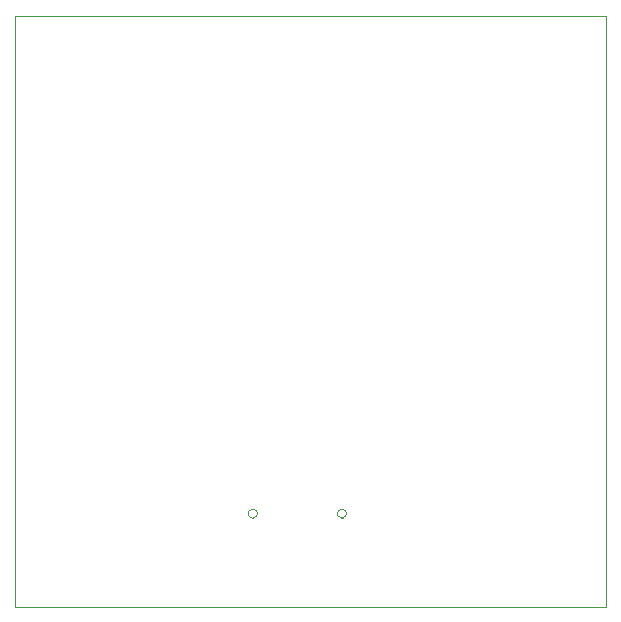
<source format=gbr>
%TF.GenerationSoftware,KiCad,Pcbnew,(6.0.1)*%
%TF.CreationDate,2022-02-16T12:20:19+01:00*%
%TF.ProjectId,KiCad_PCB,4b694361-645f-4504-9342-2e6b69636164,rev?*%
%TF.SameCoordinates,Original*%
%TF.FileFunction,Profile,NP*%
%FSLAX46Y46*%
G04 Gerber Fmt 4.6, Leading zero omitted, Abs format (unit mm)*
G04 Created by KiCad (PCBNEW (6.0.1)) date 2022-02-16 12:20:19*
%MOMM*%
%LPD*%
G01*
G04 APERTURE LIST*
%TA.AperFunction,Profile*%
%ADD10C,0.100000*%
%TD*%
%TA.AperFunction,Profile*%
%ADD11C,0.010000*%
%TD*%
G04 APERTURE END LIST*
D10*
X109220000Y-55880000D02*
X159220000Y-55918000D01*
X109220000Y-105880000D02*
X109220000Y-55880000D01*
X159220000Y-105918000D02*
X159220000Y-55918000D01*
X109220000Y-105918000D02*
X159220000Y-105918000D01*
D11*
%TO.C,J2*%
X129267000Y-97694000D02*
X129376000Y-97694000D01*
X136925000Y-98394000D02*
X136817000Y-98394000D01*
X136817000Y-97694000D02*
X136926000Y-97694000D01*
X129375000Y-98394000D02*
X129267000Y-98394000D01*
X129375000Y-98394000D02*
G75*
G03*
X129726000Y-98039000I-2001J353001D01*
G01*
X128916000Y-98039000D02*
G75*
G03*
X129267000Y-98394000I353001J-1999D01*
G01*
X129726000Y-98039000D02*
G75*
G03*
X129376000Y-97694000I-347500J-2500D01*
G01*
X129267000Y-97694000D02*
G75*
G03*
X128916000Y-98039000I-2999J-348001D01*
G01*
X137276000Y-98039000D02*
G75*
G03*
X136926000Y-97694000I-347500J-2500D01*
G01*
X136817000Y-97694000D02*
G75*
G03*
X136466000Y-98039000I-2999J-348001D01*
G01*
X136925000Y-98394000D02*
G75*
G03*
X137276000Y-98039000I-2001J353001D01*
G01*
X136466000Y-98039000D02*
G75*
G03*
X136817000Y-98394000I353001J-1999D01*
G01*
%TD*%
M02*

</source>
